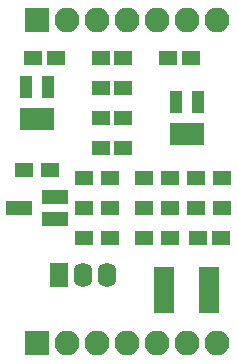
<source format=gts>
G04 #@! TF.FileFunction,Soldermask,Top*
%FSLAX46Y46*%
G04 Gerber Fmt 4.6, Leading zero omitted, Abs format (unit mm)*
G04 Created by KiCad (PCBNEW 4.0.7-e1-6374~58~ubuntu16.04.1) date Wed Aug  2 21:48:17 2017*
%MOMM*%
%LPD*%
G01*
G04 APERTURE LIST*
%ADD10C,0.100000*%
%ADD11R,1.600000X1.150000*%
%ADD12R,1.600000X2.100000*%
%ADD13O,1.600000X2.100000*%
%ADD14R,1.670000X1.370000*%
%ADD15R,1.600000X1.300000*%
%ADD16R,1.050000X1.960000*%
%ADD17R,2.100000X2.100000*%
%ADD18O,2.100000X2.100000*%
%ADD19R,2.300000X1.200000*%
G04 APERTURE END LIST*
D10*
D11*
X157165000Y-96520000D03*
X159065000Y-96520000D03*
X161605000Y-111760000D03*
X159705000Y-111760000D03*
X151450000Y-104140000D03*
X153350000Y-104140000D03*
X151450000Y-101600000D03*
X153350000Y-101600000D03*
X151450000Y-99060000D03*
X153350000Y-99060000D03*
X145735000Y-96520000D03*
X147635000Y-96520000D03*
X151450000Y-96520000D03*
X153350000Y-96520000D03*
D12*
X147955000Y-114935000D03*
D13*
X149955000Y-114935000D03*
X151955000Y-114935000D03*
D14*
X160655000Y-114935000D03*
X160655000Y-116205000D03*
X160655000Y-117475000D03*
X156845000Y-114935000D03*
X156845000Y-116205000D03*
X156845000Y-117475000D03*
D15*
X150030000Y-111760000D03*
X152230000Y-111760000D03*
X150030000Y-106680000D03*
X152230000Y-106680000D03*
X152230000Y-109220000D03*
X150030000Y-109220000D03*
X157310000Y-106680000D03*
X155110000Y-106680000D03*
X155110000Y-111760000D03*
X157310000Y-111760000D03*
X157310000Y-109220000D03*
X155110000Y-109220000D03*
X159555000Y-106680000D03*
X161755000Y-106680000D03*
X144950000Y-106045000D03*
X147150000Y-106045000D03*
X161755000Y-109220000D03*
X159555000Y-109220000D03*
D16*
X157800000Y-102950000D03*
X158750000Y-102950000D03*
X159700000Y-102950000D03*
X159700000Y-100250000D03*
X157800000Y-100250000D03*
X145100000Y-101680000D03*
X146050000Y-101680000D03*
X147000000Y-101680000D03*
X147000000Y-98980000D03*
X145100000Y-98980000D03*
D17*
X146050000Y-120650000D03*
D18*
X148590000Y-120650000D03*
X151130000Y-120650000D03*
X153670000Y-120650000D03*
X156210000Y-120650000D03*
X158750000Y-120650000D03*
X161290000Y-120650000D03*
D17*
X146050000Y-93345000D03*
D18*
X148590000Y-93345000D03*
X151130000Y-93345000D03*
X153670000Y-93345000D03*
X156210000Y-93345000D03*
X158750000Y-93345000D03*
X161290000Y-93345000D03*
D19*
X147550000Y-110170000D03*
X147550000Y-108270000D03*
X144550000Y-109220000D03*
M02*

</source>
